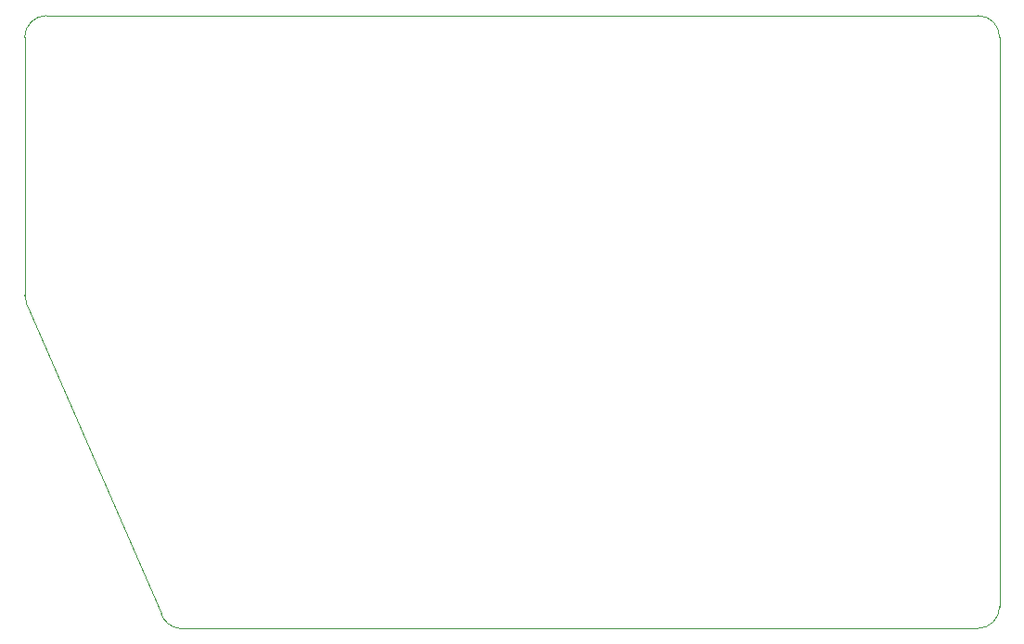
<source format=gm1>
G04 #@! TF.GenerationSoftware,KiCad,Pcbnew,(5.1.5)-3*
G04 #@! TF.CreationDate,2020-02-03T22:04:10-05:00*
G04 #@! TF.ProjectId,punk,70756e6b-2e6b-4696-9361-645f70636258,rev?*
G04 #@! TF.SameCoordinates,Original*
G04 #@! TF.FileFunction,Profile,NP*
%FSLAX46Y46*%
G04 Gerber Fmt 4.6, Leading zero omitted, Abs format (unit mm)*
G04 Created by KiCad (PCBNEW (5.1.5)-3) date 2020-02-03 22:04:10*
%MOMM*%
%LPD*%
G04 APERTURE LIST*
%ADD10C,0.050000*%
G04 APERTURE END LIST*
D10*
X98150186Y-125998143D02*
G75*
G02X96450000Y-124650000I199814J1998143D01*
G01*
X84211145Y-96444427D02*
G75*
G02X84000000Y-95550000I1788855J894427D01*
G01*
X96450000Y-124650000D02*
X84211145Y-96444427D01*
X84000000Y-72000000D02*
G75*
G02X86000000Y-70000000I2000000J0D01*
G01*
X173000000Y-124000000D02*
G75*
G02X171000000Y-126000000I-2000000J0D01*
G01*
X171000000Y-70000000D02*
G75*
G02X173000000Y-72000000I0J-2000000D01*
G01*
X84000000Y-95550000D02*
X84000000Y-72000000D01*
X171000000Y-126000000D02*
X98150000Y-126000000D01*
X173000000Y-72000000D02*
X173000000Y-124000000D01*
X86000000Y-70000000D02*
X171000000Y-70000000D01*
M02*

</source>
